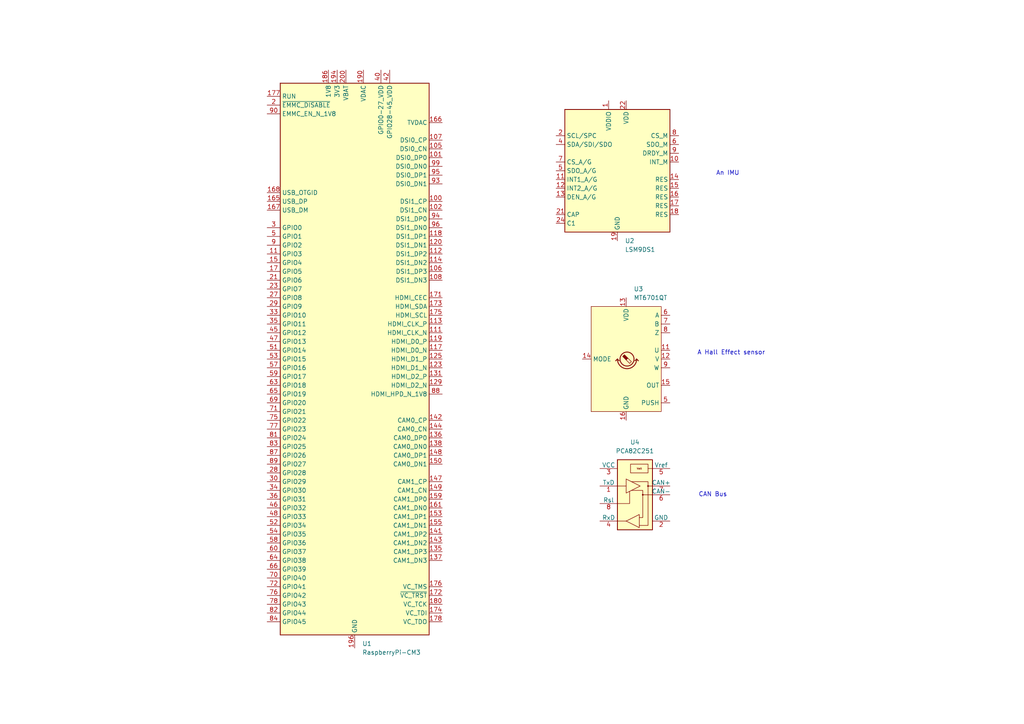
<source format=kicad_sch>
(kicad_sch (version 20231120) (generator "eeschema") (generator_version "8.0")
  (paper "A4")
  (lib_symbols
    (symbol "Interface_CAN_LIN:PCA82C251" (pin_names (offset 0))
      (property "Reference" "U" (at -5.08 13.97 0))
      (property "Value" "PCA82C251" (at -5.08 11.43 0))
      (symbol "PCA82C251_0_1"
        (rectangle (start -5.08 10.16) (end 5.08 -10.16) (stroke (width 0.254)) (fill (type background)))
        (polyline (pts (xy -2.54 -7.62) (xy -5.08 -7.62)))
        (polyline (pts (xy -2.54 2.54) (xy -5.08 2.54)))
        (polyline (pts (xy 2.286 0) (xy 5.08 0)))
        (polyline (pts (xy 3.81 2.54) (xy 5.08 2.54)))
        (polyline (pts (xy 3.81 7.62) (xy 5.08 7.62)))
        (polyline (pts (xy -5.08 -2.54) (xy -1.524 -2.54) (xy -1.524 1.016)))
        (polyline (pts (xy -2.54 -7.62) (xy 1.27 -5.715) (xy 1.27 -9.525) (xy -2.54 -7.62)))
        (polyline (pts (xy -2.54 4.572) (xy -2.54 0.508) (xy 1.524 2.54) (xy -2.54 4.572)))
        (polyline (pts (xy -1.016 1.27) (xy 2.286 1.27) (xy 2.286 -6.604) (xy 1.27 -6.604)))
        (polyline (pts (xy -1.016 3.81) (xy 3.81 3.81) (xy 3.81 -8.89) (xy 1.27 -8.89)))
        (polyline (pts (xy -1.27 8.89) (xy -1.27 6.35) (xy 3.81 6.35) (xy 3.81 8.89) (xy -1.27 8.89)))
        (circle (center 2.286 0) (radius 0.127) (stroke (width 0.254)))
        (circle (center 3.81 2.54) (radius 0.127) (stroke (width 0.254)))
        (text "Volt" (at 1.27 7.62 0) (effects (font (size 0.508 0.508) (bold yes))))
      )
      (symbol "PCA82C251_1_1"
        (pin input line (at -10.16 2.54 0) (length 5.08) (name "TxD") (number "1"))
        (pin power_in line (at 10.16 -7.62 180) (length 5.08) (name "GND") (number "2"))
        (pin power_in line (at -10.16 7.62 0) (length 5.08) (name "VCC") (number "3"))
        (pin output line (at -10.16 -7.62 0) (length 5.08) (name "RxD") (number "4"))
        (pin output line (at 10.16 7.62 180) (length 5.08) (name "Vref") (number "5"))
        (pin bidirectional line (at 10.16 0 180) (length 5.08) (name "CAN-") (number "6"))
        (pin bidirectional line (at 10.16 2.54 180) (length 5.08) (name "CAN+") (number "7"))
        (pin input line (at -10.16 -2.54 0) (length 5.08) (name "Rsl") (number "8"))
      )
    )
    (symbol "MCU_Module:RaspberryPi-CM3"
      (property "Reference" "U" (at -20.32 81.28 0))
      (property "Value" "RaspberryPi-CM3" (at 20.32 81.28 0))
      (symbol "RaspberryPi-CM3_0_1"
        (rectangle (start -21.59 80.01) (end 21.59 -80.01) (stroke (width 0.254)) (fill (type background)))
      )
      (symbol "RaspberryPi-CM3_1_1"
        (pin passive line (at 0 -83.82 90) (length 3.81) hide (name "GND") (number "1"))
        (pin no_connect line (at -20.32 66.04 0) (length 2.54) hide (name "NC") (number "10"))
        (pin output line (at 25.4 45.72 180) (length 3.81) (name "DSI1_CP") (number "100"))
        (pin output line (at 25.4 58.42 180) (length 3.81) (name "DSI0_DP0") (number "101"))
        (pin output line (at 25.4 43.18 180) (length 3.81) (name "DSI1_CN") (number "102"))
        (pin passive line (at 0 -83.82 90) (length 3.81) hide (name "GND") (number "103"))
        (pin passive line (at 0 -83.82 90) (length 3.81) hide (name "GND") (number "104"))
        (pin output line (at 25.4 60.96 180) (length 3.81) (name "DSI0_CN") (number "105"))
        (pin output line (at 25.4 25.4 180) (length 3.81) (name "DSI1_DP3") (number "106"))
        (pin output line (at 25.4 63.5 180) (length 3.81) (name "DSI0_CP") (number "107"))
        (pin output line (at 25.4 22.86 180) (length 3.81) (name "DSI1_DN3") (number "108"))
        (pin passive line (at 0 -83.82 90) (length 3.81) hide (name "GND") (number "109"))
        (pin bidirectional line (at -25.4 30.48 0) (length 3.81) (name "GPIO3") (number "11"))
        (pin passive line (at 0 -83.82 90) (length 3.81) hide (name "GND") (number "110"))
        (pin output line (at 25.4 7.62 180) (length 3.81) (name "HDMI_CLK_N") (number "111"))
        (pin output line (at 25.4 30.48 180) (length 3.81) (name "DSI1_DP2") (number "112"))
        (pin output line (at 25.4 10.16 180) (length 3.81) (name "HDMI_CLK_P") (number "113"))
        (pin output line (at 25.4 27.94 180) (length 3.81) (name "DSI1_DN2") (number "114"))
        (pin passive line (at 0 -83.82 90) (length 3.81) hide (name "GND") (number "115"))
        (pin passive line (at 0 -83.82 90) (length 3.81) hide (name "GND") (number "116"))
        (pin output line (at 25.4 2.54 180) (length 3.81) (name "HDMI_D0_N") (number "117"))
        (pin output line (at 25.4 35.56 180) (length 3.81) (name "DSI1_DP1") (number "118"))
        (pin output line (at 25.4 5.08 180) (length 3.81) (name "HDMI_D0_P") (number "119"))
        (pin no_connect line (at -20.32 63.5 0) (length 2.54) hide (name "NC") (number "12"))
        (pin output line (at 25.4 33.02 180) (length 3.81) (name "DSI1_DN1") (number "120"))
        (pin passive line (at 0 -83.82 90) (length 3.81) hide (name "GND") (number "121"))
        (pin passive line (at 0 -83.82 90) (length 3.81) hide (name "GND") (number "122"))
        (pin output line (at 25.4 -2.54 180) (length 3.81) (name "HDMI_D1_N") (number "123"))
        (pin no_connect line (at 20.32 76.2 180) (length 2.54) hide (name "NC") (number "124"))
        (pin output line (at 25.4 0 180) (length 3.81) (name "HDMI_D1_P") (number "125"))
        (pin no_connect line (at 20.32 73.66 180) (length 2.54) hide (name "NC") (number "126"))
        (pin passive line (at 0 -83.82 90) (length 3.81) hide (name "GND") (number "127"))
        (pin no_connect line (at 20.32 71.12 180) (length 2.54) hide (name "NC") (number "128"))
        (pin output line (at 25.4 -7.62 180) (length 3.81) (name "HDMI_D2_N") (number "129"))
        (pin passive line (at 0 -83.82 90) (length 3.81) hide (name "GND") (number "13"))
        (pin no_connect line (at 20.32 66.04 180) (length 2.54) hide (name "NC") (number "130"))
        (pin output line (at 25.4 -5.08 180) (length 3.81) (name "HDMI_D2_P") (number "131"))
        (pin no_connect line (at 20.32 48.26 180) (length 2.54) hide (name "NC") (number "132"))
        (pin passive line (at 0 -83.82 90) (length 3.81) hide (name "GND") (number "133"))
        (pin passive line (at 0 -83.82 90) (length 3.81) hide (name "GND") (number "134"))
        (pin input line (at 25.4 -55.88 180) (length 3.81) (name "CAM1_DP3") (number "135"))
        (pin input line (at 25.4 -22.86 180) (length 3.81) (name "CAM0_DP0") (number "136"))
        (pin input line (at 25.4 -58.42 180) (length 3.81) (name "CAM1_DN3") (number "137"))
        (pin input line (at 25.4 -25.4 180) (length 3.81) (name "CAM0_DN0") (number "138"))
        (pin passive line (at 0 -83.82 90) (length 3.81) hide (name "GND") (number "139"))
        (pin passive line (at 0 -83.82 90) (length 3.81) hide (name "GND") (number "14"))
        (pin passive line (at 0 -83.82 90) (length 3.81) hide (name "GND") (number "140"))
        (pin input line (at 25.4 -50.8 180) (length 3.81) (name "CAM1_DP2") (number "141"))
        (pin input line (at 25.4 -17.78 180) (length 3.81) (name "CAM0_CP") (number "142"))
        (pin input line (at 25.4 -53.34 180) (length 3.81) (name "CAM1_DN2") (number "143"))
        (pin input line (at 25.4 -20.32 180) (length 3.81) (name "CAM0_CN") (number "144"))
        (pin passive line (at 0 -83.82 90) (length 3.81) hide (name "GND") (number "145"))
        (pin passive line (at 0 -83.82 90) (length 3.81) hide (name "GND") (number "146"))
        (pin input line (at 25.4 -35.56 180) (length 3.81) (name "CAM1_CP") (number "147"))
        (pin input line (at 25.4 -27.94 180) (length 3.81) (name "CAM0_DP1") (number "148"))
        (pin input line (at 25.4 -38.1 180) (length 3.81) (name "CAM1_CN") (number "149"))
        (pin bidirectional line (at -25.4 27.94 0) (length 3.81) (name "GPIO4") (number "15"))
        (pin input line (at 25.4 -30.48 180) (length 3.81) (name "CAM0_DN1") (number "150"))
        (pin passive line (at 0 -83.82 90) (length 3.81) hide (name "GND") (number "151"))
        (pin passive line (at 0 -83.82 90) (length 3.81) hide (name "GND") (number "152"))
        (pin input line (at 25.4 -45.72 180) (length 3.81) (name "CAM1_DP1") (number "153"))
        (pin no_connect line (at 20.32 -15.24 180) (length 2.54) hide (name "NC") (number "154"))
        (pin input line (at 25.4 -48.26 180) (length 3.81) (name "CAM1_DN1") (number "155"))
        (pin no_connect line (at 20.32 -12.7 180) (length 2.54) hide (name "NC") (number "156"))
        (pin passive line (at 0 -83.82 90) (length 3.81) hide (name "GND") (number "157"))
        (pin no_connect line (at 20.32 20.32 180) (length 2.54) hide (name "NC") (number "158"))
        (pin input line (at 25.4 -40.64 180) (length 3.81) (name "CAM1_DP0") (number "159"))
        (pin no_connect line (at -20.32 60.96 0) (length 2.54) hide (name "NC") (number "16"))
        (pin no_connect line (at 20.32 -60.96 180) (length 2.54) hide (name "NC") (number "160"))
        (pin input line (at 25.4 -43.18 180) (length 3.81) (name "CAM1_DN0") (number "161"))
        (pin no_connect line (at 20.32 -63.5 180) (length 2.54) hide (name "NC") (number "162"))
        (pin passive line (at 0 -83.82 90) (length 3.81) hide (name "GND") (number "163"))
        (pin passive line (at 0 -83.82 90) (length 3.81) hide (name "GND") (number "164"))
        (pin bidirectional line (at -25.4 45.72 0) (length 3.81) (name "USB_DP") (number "165"))
        (pin output line (at 25.4 68.58 180) (length 3.81) (name "TVDAC") (number "166"))
        (pin bidirectional line (at -25.4 43.18 0) (length 3.81) (name "USB_DM") (number "167"))
        (pin passive line (at -25.4 48.26 0) (length 3.81) (name "USB_OTGID") (number "168"))
        (pin passive line (at 0 -83.82 90) (length 3.81) hide (name "GND") (number "169"))
        (pin bidirectional line (at -25.4 25.4 0) (length 3.81) (name "GPIO5") (number "17"))
        (pin passive line (at 0 -83.82 90) (length 3.81) hide (name "GND") (number "170"))
        (pin bidirectional line (at 25.4 17.78 180) (length 3.81) (name "HDMI_CEC") (number "171"))
        (pin input line (at 25.4 -68.58 180) (length 3.81) (name "~{VC_TRST}") (number "172"))
        (pin bidirectional line (at 25.4 15.24 180) (length 3.81) (name "HDMI_SDA") (number "173"))
        (pin input line (at 25.4 -73.66 180) (length 3.81) (name "VC_TDI") (number "174"))
        (pin bidirectional line (at 25.4 12.7 180) (length 3.81) (name "HDMI_SCL") (number "175"))
        (pin input line (at 25.4 -66.04 180) (length 3.81) (name "VC_TMS") (number "176"))
        (pin input line (at -25.4 76.2 0) (length 3.81) (name "RUN") (number "177"))
        (pin output line (at 25.4 -76.2 180) (length 3.81) (name "VC_TDO") (number "178"))
        (pin no_connect line (at 0 78.74 270) (length 2.54) hide (name "VDD_CORE_(DO_NOT_CONNECT)") (number "179"))
        (pin no_connect line (at -20.32 58.42 0) (length 2.54) hide (name "NC") (number "18"))
        (pin input line (at 25.4 -71.12 180) (length 3.81) (name "VC_TCK") (number "180"))
        (pin passive line (at 0 -83.82 90) (length 3.81) hide (name "GND") (number "181"))
        (pin passive line (at 0 -83.82 90) (length 3.81) hide (name "GND") (number "182"))
        (pin passive line (at -7.62 83.82 270) (length 3.81) hide (name "1V8") (number "183"))
        (pin passive line (at -7.62 83.82 270) (length 3.81) hide (name "1V8") (number "184"))
        (pin passive line (at -7.62 83.82 270) (length 3.81) hide (name "1V8") (number "185"))
        (pin power_in line (at -7.62 83.82 270) (length 3.81) (name "1V8") (number "186"))
        (pin passive line (at 0 -83.82 90) (length 3.81) hide (name "GND") (number "187"))
        (pin passive line (at 0 -83.82 90) (length 3.81) hide (name "GND") (number "188"))
        (pin passive line (at 2.54 83.82 270) (length 3.81) hide (name "VDAC") (number "189"))
        (pin passive line (at 0 -83.82 90) (length 3.81) hide (name "GND") (number "19"))
        (pin power_in line (at 2.54 83.82 270) (length 3.81) (name "VDAC") (number "190"))
        (pin passive line (at -5.08 83.82 270) (length 3.81) hide (name "3V3") (number "191"))
        (pin passive line (at -5.08 83.82 270) (length 3.81) hide (name "3V3") (number "192"))
        (pin passive line (at -5.08 83.82 270) (length 3.81) hide (name "3V3") (number "193"))
        (pin power_in line (at -5.08 83.82 270) (length 3.81) (name "3V3") (number "194"))
        (pin passive line (at 0 -83.82 90) (length 3.81) hide (name "GND") (number "195"))
        (pin power_out line (at 0 -83.82 90) (length 3.81) (name "GND") (number "196"))
        (pin passive line (at -2.54 83.82 270) (length 3.81) hide (name "VBAT") (number "197"))
        (pin passive line (at -2.54 83.82 270) (length 3.81) hide (name "VBAT") (number "198"))
        (pin passive line (at -2.54 83.82 270) (length 3.81) hide (name "VBAT") (number "199"))
        (pin input line (at -25.4 73.66 0) (length 3.81) (name "~{EMMC_DISABLE}") (number "2"))
        (pin passive line (at 0 -83.82 90) (length 3.81) hide (name "GND") (number "20"))
        (pin power_in line (at -2.54 83.82 270) (length 3.81) (name "VBAT") (number "200"))
        (pin bidirectional line (at -25.4 22.86 0) (length 3.81) (name "GPIO6") (number "21"))
        (pin no_connect line (at -20.32 55.88 0) (length 2.54) hide (name "NC") (number "22"))
        (pin bidirectional line (at -25.4 20.32 0) (length 3.81) (name "GPIO7") (number "23"))
        (pin no_connect line (at -20.32 53.34 0) (length 2.54) hide (name "NC") (number "24"))
        (pin passive line (at 0 -83.82 90) (length 3.81) hide (name "GND") (number "25"))
        (pin passive line (at 0 -83.82 90) (length 3.81) hide (name "GND") (number "26"))
        (pin bidirectional line (at -25.4 17.78 0) (length 3.81) (name "GPIO8") (number "27"))
        (pin bidirectional line (at -25.4 -33.02 0) (length 3.81) (name "GPIO28") (number "28"))
        (pin bidirectional line (at -25.4 15.24 0) (length 3.81) (name "GPIO9") (number "29"))
        (pin bidirectional line (at -25.4 38.1 0) (length 3.81) (name "GPIO0") (number "3"))
        (pin bidirectional line (at -25.4 -35.56 0) (length 3.81) (name "GPIO29") (number "30"))
        (pin passive line (at 0 -83.82 90) (length 3.81) hide (name "GND") (number "31"))
        (pin passive line (at 0 -83.82 90) (length 3.81) hide (name "GND") (number "32"))
        (pin bidirectional line (at -25.4 12.7 0) (length 3.81) (name "GPIO10") (number "33"))
        (pin bidirectional line (at -25.4 -38.1 0) (length 3.81) (name "GPIO30") (number "34"))
        (pin bidirectional line (at -25.4 10.16 0) (length 3.81) (name "GPIO11") (number "35"))
        (pin bidirectional line (at -25.4 -40.64 0) (length 3.81) (name "GPIO31") (number "36"))
        (pin passive line (at 0 -83.82 90) (length 3.81) hide (name "GND") (number "37"))
        (pin passive line (at 0 -83.82 90) (length 3.81) hide (name "GND") (number "38"))
        (pin passive line (at 7.62 83.82 270) (length 3.81) hide (name "GPIO0-27_VDD") (number "39"))
        (pin no_connect line (at 5.08 78.74 270) (length 2.54) hide (name "NC") (number "4"))
        (pin power_in line (at 7.62 83.82 270) (length 3.81) (name "GPIO0-27_VDD") (number "40"))
        (pin passive line (at 10.16 83.82 270) (length 3.81) hide (name "GPIO28-45_VDD") (number "41"))
        (pin power_in line (at 10.16 83.82 270) (length 3.81) (name "GPIO28-45_VDD") (number "42"))
        (pin passive line (at 0 -83.82 90) (length 3.81) hide (name "GND") (number "43"))
        (pin passive line (at 0 -83.82 90) (length 3.81) hide (name "GND") (number "44"))
        (pin bidirectional line (at -25.4 7.62 0) (length 3.81) (name "GPIO12") (number "45"))
        (pin bidirectional line (at -25.4 -43.18 0) (length 3.81) (name "GPIO32") (number "46"))
        (pin bidirectional line (at -25.4 5.08 0) (length 3.81) (name "GPIO13") (number "47"))
        (pin bidirectional line (at -25.4 -45.72 0) (length 3.81) (name "GPIO33") (number "48"))
        (pin passive line (at 0 -83.82 90) (length 3.81) hide (name "GND") (number "49"))
        (pin bidirectional line (at -25.4 35.56 0) (length 3.81) (name "GPIO1") (number "5"))
        (pin passive line (at 0 -83.82 90) (length 3.81) hide (name "GND") (number "50"))
        (pin bidirectional line (at -25.4 2.54 0) (length 3.81) (name "GPIO14") (number "51"))
        (pin bidirectional line (at -25.4 -48.26 0) (length 3.81) (name "GPIO34") (number "52"))
        (pin bidirectional line (at -25.4 0 0) (length 3.81) (name "GPIO15") (number "53"))
        (pin bidirectional line (at -25.4 -50.8 0) (length 3.81) (name "GPIO35") (number "54"))
        (pin passive line (at 0 -83.82 90) (length 3.81) hide (name "GND") (number "55"))
        (pin passive line (at 0 -83.82 90) (length 3.81) hide (name "GND") (number "56"))
        (pin bidirectional line (at -25.4 -2.54 0) (length 3.81) (name "GPIO16") (number "57"))
        (pin bidirectional line (at -25.4 -53.34 0) (length 3.81) (name "GPIO36") (number "58"))
        (pin bidirectional line (at -25.4 -5.08 0) (length 3.81) (name "GPIO17") (number "59"))
        (pin no_connect line (at 12.7 78.74 270) (length 2.54) hide (name "NC") (number "6"))
        (pin bidirectional line (at -25.4 -55.88 0) (length 3.81) (name "GPIO37") (number "60"))
        (pin passive line (at 0 -83.82 90) (length 3.81) hide (name "GND") (number "61"))
        (pin passive line (at 0 -83.82 90) (length 3.81) hide (name "GND") (number "62"))
        (pin bidirectional line (at -25.4 -7.62 0) (length 3.81) (name "GPIO18") (number "63"))
        (pin bidirectional line (at -25.4 -58.42 0) (length 3.81) (name "GPIO38") (number "64"))
        (pin bidirectional line (at -25.4 -10.16 0) (length 3.81) (name "GPIO19") (number "65"))
        (pin bidirectional line (at -25.4 -60.96 0) (length 3.81) (name "GPIO39") (number "66"))
        (pin passive line (at 0 -83.82 90) (length 3.81) hide (name "GND") (number "67"))
        (pin passive line (at 0 -83.82 90) (length 3.81) hide (name "GND") (number "68"))
        (pin bidirectional line (at -25.4 -12.7 0) (length 3.81) (name "GPIO20") (number "69"))
        (pin passive line (at 0 -83.82 90) (length 3.81) hide (name "GND") (number "7"))
        (pin bidirectional line (at -25.4 -63.5 0) (length 3.81) (name "GPIO40") (number "70"))
        (pin bidirectional line (at -25.4 -15.24 0) (length 3.81) (name "GPIO21") (number "71"))
        (pin bidirectional line (at -25.4 -66.04 0) (length 3.81) (name "GPIO41") (number "72"))
        (pin passive line (at 0 -83.82 90) (length 3.81) hide (name "GND") (number "73"))
        (pin passive line (at 0 -83.82 90) (length 3.81) hide (name "GND") (number "74"))
        (pin bidirectional line (at -25.4 -17.78 0) (length 3.81) (name "GPIO22") (number "75"))
        (pin bidirectional line (at -25.4 -68.58 0) (length 3.81) (name "GPIO42") (number "76"))
        (pin bidirectional line (at -25.4 -20.32 0) (length 3.81) (name "GPIO23") (number "77"))
        (pin bidirectional line (at -25.4 -71.12 0) (length 3.81) (name "GPIO43") (number "78"))
        (pin passive line (at 0 -83.82 90) (length 3.81) hide (name "GND") (number "79"))
        (pin passive line (at 0 -83.82 90) (length 3.81) hide (name "GND") (number "8"))
        (pin passive line (at 0 -83.82 90) (length 3.81) hide (name "GND") (number "80"))
        (pin bidirectional line (at -25.4 -22.86 0) (length 3.81) (name "GPIO24") (number "81"))
        (pin bidirectional line (at -25.4 -73.66 0) (length 3.81) (name "GPIO44") (number "82"))
        (pin bidirectional line (at -25.4 -25.4 0) (length 3.81) (name "GPIO25") (number "83"))
        (pin bidirectional line (at -25.4 -76.2 0) (length 3.81) (name "GPIO45") (number "84"))
        (pin passive line (at 0 -83.82 90) (length 3.81) hide (name "GND") (number "85"))
        (pin passive line (at 0 -83.82 90) (length 3.81) hide (name "GND") (number "86"))
        (pin bidirectional line (at -25.4 -27.94 0) (length 3.81) (name "GPIO26") (number "87"))
        (pin input line (at 25.4 -10.16 180) (length 3.81) (name "HDMI_HPD_N_1V8") (number "88"))
        (pin bidirectional line (at -25.4 -30.48 0) (length 3.81) (name "GPIO27") (number "89"))
        (pin bidirectional line (at -25.4 33.02 0) (length 3.81) (name "GPIO2") (number "9"))
        (pin output line (at -25.4 71.12 0) (length 3.81) (name "EMMC_EN_N_1V8") (number "90"))
        (pin passive line (at 0 -83.82 90) (length 3.81) hide (name "GND") (number "91"))
        (pin passive line (at 0 -83.82 90) (length 3.81) hide (name "GND") (number "92"))
        (pin output line (at 25.4 50.8 180) (length 3.81) (name "DSI0_DN1") (number "93"))
        (pin output line (at 25.4 40.64 180) (length 3.81) (name "DSI1_DP0") (number "94"))
        (pin output line (at 25.4 53.34 180) (length 3.81) (name "DSI0_DP1") (number "95"))
        (pin output line (at 25.4 38.1 180) (length 3.81) (name "DSI1_DN0") (number "96"))
        (pin passive line (at 0 -83.82 90) (length 3.81) hide (name "GND") (number "97"))
        (pin passive line (at 0 -83.82 90) (length 3.81) hide (name "GND") (number "98"))
        (pin output line (at 25.4 55.88 180) (length 3.81) (name "DSI0_DN0") (number "99"))
      )
    )
    (symbol "Sensor_Magnetic:MT6701QT"
      (property "Reference" "U" (at -9.6632 16.4397 0))
      (property "Value" "MT6701QT" (at 5.5155 16.4397 0))
      (symbol "MT6701QT_0_1"
        (arc (start -2.54 0) (mid 0.254 -2.7819) (end 3.048 0) (stroke (width 0.254)))
        (polyline (pts (xy -2.54 0) (xy -3.048 -0.508)) (stroke (width 0.254)))
        (polyline (pts (xy -2.54 0) (xy -2.032 -0.508)) (stroke (width 0.254)))
        (polyline (pts (xy 3.048 0) (xy 2.54 -0.508)) (stroke (width 0.254)))
        (polyline (pts (xy 3.048 0) (xy 3.556 -0.508)) (stroke (width 0.254)))
      )
      (symbol "MT6701QT_1_1"
        (rectangle (start -10.16 15.24) (end 10.16 -15.24) (fill (type background)))
        (polyline (pts (xy 0.508 0.254) (xy 1.524 -0.762) (xy 1.016 -1.27) (xy 0 -0.254)))
        (polyline (pts (xy -0.508 1.27) (xy 0.508 0.254) (xy 0 -0.254) (xy -1.016 0.762) (xy -0.762 1.016) (xy -0.508 1.27) (xy -0.381 1.143)) (fill (type outline)))
        (circle (center 0.254 0) (radius 2.032) (stroke (width 0.254)))
        (pin no_connect line (at -10.16 12.7 0) (length 2.54) hide (name "NC") (number "1"))
        (pin no_connect line (at -10.16 2.54 0) (length 2.54) hide (name "NC") (number "10"))
        (pin output line (at 12.7 2.54 180) (length 2.54) (name "U") (number "11"))
        (pin output line (at 12.7 0 180) (length 2.54) (name "V") (number "12"))
        (pin power_in line (at 0 17.78 270) (length 2.54) (name "VDD") (number "13"))
        (pin input line (at -12.7 0 0) (length 2.54) (name "MODE") (number "14"))
        (pin output line (at 12.7 -7.62 180) (length 2.54) (name "OUT") (number "15"))
        (pin power_in line (at 0 -17.78 90) (length 2.54) (name "GND") (number "16"))
        (pin passive line (at 0 -17.78 90) (length 2.54) hide (name "GND") (number "17"))
        (pin no_connect line (at -10.16 10.16 0) (length 2.54) hide (name "NC") (number "2"))
        (pin no_connect line (at -10.16 7.62 0) (length 2.54) hide (name "NC") (number "3"))
        (pin no_connect line (at -10.16 5.08 0) (length 2.54) hide (name "NC") (number "4"))
        (pin output line (at 12.7 -12.7 180) (length 2.54) (name "PUSH") (number "5"))
        (pin output line (at 12.7 12.7 180) (length 2.54) (name "A") (number "6"))
        (pin output line (at 12.7 10.16 180) (length 2.54) (name "B") (number "7"))
        (pin output line (at 12.7 7.62 180) (length 2.54) (name "Z") (number "8"))
        (pin output line (at 12.7 -2.54 180) (length 2.54) (name "W") (number "9"))
      )
    )
    (symbol "Sensor_Motion:LSM9DS1"
      (property "Reference" "U" (at -15.24 21.59 0))
      (property "Value" "LSM9DS1" (at -15.24 19.05 0))
      (symbol "LSM9DS1_0_1"
        (rectangle (start -15.24 17.78) (end 15.24 -17.78) (stroke (width 0.254)) (fill (type background)))
      )
      (symbol "LSM9DS1_1_1"
        (pin power_in line (at -2.54 20.32 270) (length 2.54) (name "VDDIO") (number "1"))
        (pin output line (at 17.78 2.54 180) (length 2.54) (name "INT_M") (number "10"))
        (pin output line (at -17.78 -2.54 0) (length 2.54) (name "INT1_A/G") (number "11"))
        (pin output line (at -17.78 -5.08 0) (length 2.54) (name "INT2_A/G") (number "12"))
        (pin input line (at -17.78 -7.62 0) (length 2.54) (name "DEN_A/G") (number "13"))
        (pin bidirectional line (at 17.78 -2.54 180) (length 2.54) (name "RES") (number "14"))
        (pin bidirectional line (at 17.78 -5.08 180) (length 2.54) (name "RES") (number "15"))
        (pin bidirectional line (at 17.78 -7.62 180) (length 2.54) (name "RES") (number "16"))
        (pin bidirectional line (at 17.78 -10.16 180) (length 2.54) (name "RES") (number "17"))
        (pin bidirectional line (at 17.78 -12.7 180) (length 2.54) (name "RES") (number "18"))
        (pin power_in line (at 0 -20.32 90) (length 2.54) (name "GND") (number "19"))
        (pin input line (at -17.78 10.16 0) (length 2.54) (name "SCL/SPC") (number "2"))
        (pin passive line (at 0 -20.32 90) (length 2.54) hide (name "GND") (number "20"))
        (pin passive line (at -17.78 -12.7 0) (length 2.54) (name "CAP") (number "21"))
        (pin power_in line (at 2.54 20.32 270) (length 2.54) (name "VDD") (number "22"))
        (pin passive line (at 2.54 20.32 270) (length 2.54) hide (name "VDD") (number "23"))
        (pin passive line (at -17.78 -15.24 0) (length 2.54) (name "C1") (number "24"))
        (pin passive line (at -2.54 20.32 270) (length 2.54) hide (name "VDDIO") (number "3"))
        (pin bidirectional line (at -17.78 7.62 0) (length 2.54) (name "SDA/SDI/SDO") (number "4"))
        (pin output line (at -17.78 0 0) (length 2.54) (name "SDO_A/G") (number "5"))
        (pin output line (at 17.78 7.62 180) (length 2.54) (name "SDO_M") (number "6"))
        (pin input line (at -17.78 2.54 0) (length 2.54) (name "CS_A/G") (number "7"))
        (pin input line (at 17.78 10.16 180) (length 2.54) (name "CS_M") (number "8"))
        (pin output line (at 17.78 5.08 180) (length 2.54) (name "DRDY_M") (number "9"))
      )
    )
  )
  (text "CAN Bus" (at 206.756 143.51 0) (effects (font (size 1.27 1.27))))
  (text "A Hall Effect sensor" (at 212.09 102.362 0) (effects (font (size 1.27 1.27))))
  (text "An IMU" (at 211.074 50.292 0) (effects (font (size 1.27 1.27))))
  (symbol (lib_id "Sensor_Motion:LSM9DS1") (at 179.07 49.53 0) (unit 1)
    (property "Reference" "U2" (at 181.2641 69.85 0) (effects (justify left)))
    (property "Value" "LSM9DS1" (at 181.2641 72.39 0) (effects (justify left)))
    (property "Footprint" "Package_LGA:LGA-24L_3x3.5mm_P0.43mm" (effects (hide yes)))
    (property "Datasheet" "https://www.digikey.com/htmldatasheets/production/1639232/0/0/1/LSM9DS1-Datasheet.pdf" (effects (hide yes)))
    (property "Description" "I2C SPI 9 axis IMU accelerometer gyroscope magnetometer" (effects (hide yes)))
  )
  (symbol (lib_id "Sensor_Magnetic:MT6701QT") (at 181.61 104.14 0) (unit 1)
    (property "Reference" "U3" (at 183.8041 83.82 0) (effects (justify left)))
    (property "Value" "MT6701QT" (at 183.8041 86.36 0) (effects (justify left)))
    (property "Footprint" "Package_DFN_QFN:QFN-16-1EP_3x3mm_P0.5mm_EP1.7x1.7mm" (effects (hide yes)))
    (property "Datasheet" "https://www.magntek.com.cn/upload/MT6701_Rev.1.5.pdf" (effects (hide yes)))
    (property "Description" "Hall Based Angle Position Encoder Sensor, I2C, SSI, ABZ & UVW interfaces, 3.3..5V supply, QFN-16" (effects (hide yes)))
  )
  (symbol (lib_id "Interface_CAN_LIN:PCA82C251") (at 184.15 143.51 0) (unit 1)
    (property "Reference" "U4" (at 184.15 128.27 0))
    (property "Value" "PCA82C251" (at 184.15 130.81 0))
    (property "Footprint" "Package_SO:SO-8_3.9x4.9mm_P1.27mm" (effects (hide yes)))
    (property "Datasheet" "http://www.nxp.com/docs/en/data-sheet/PCA82C251.pdf" (effects (hide yes)))
    (property "Description" "CAN Transceiver for 24V Systems, SO-8" (effects (hide yes)))
  )
  (symbol (lib_id "MCU_Module:RaspberryPi-CM3") (at 102.87 104.14 0) (unit 1)
    (property "Reference" "U1" (at 105.0641 186.69 0) (effects (justify left)))
    (property "Value" "RaspberryPi-CM3" (at 105.0641 189.23 0) (effects (justify left)))
    (property "Datasheet" "https://www.raspberrypi.org/documentation/hardware/computemodule/datasheets/rpi_DATA_CM_1p0.pdf" (effects (hide yes)))
    (property "Description" "BCM2837 Broadcom 1.2 GHZ quad core, 1 GB RAM 4 GB eMMC,  industrial SoM computer" (effects (hide yes)))
  )
)
</source>
